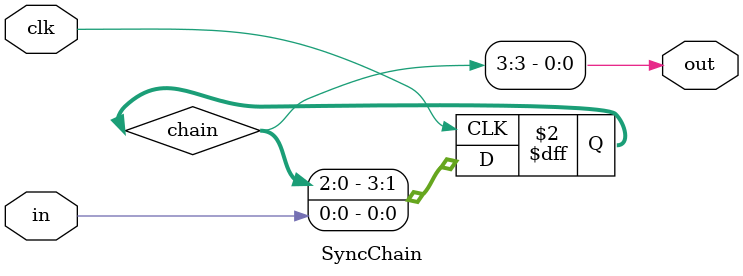
<source format=v>
`timescale 1ns/1ps

module SyncChain(
input wire in, input clk, 
output wire out
);

  reg [3:0] chain;

  always @(posedge clk) begin
      chain <= {chain[2:0], in};
  end

  assign out = chain[3];

endmodule
</source>
